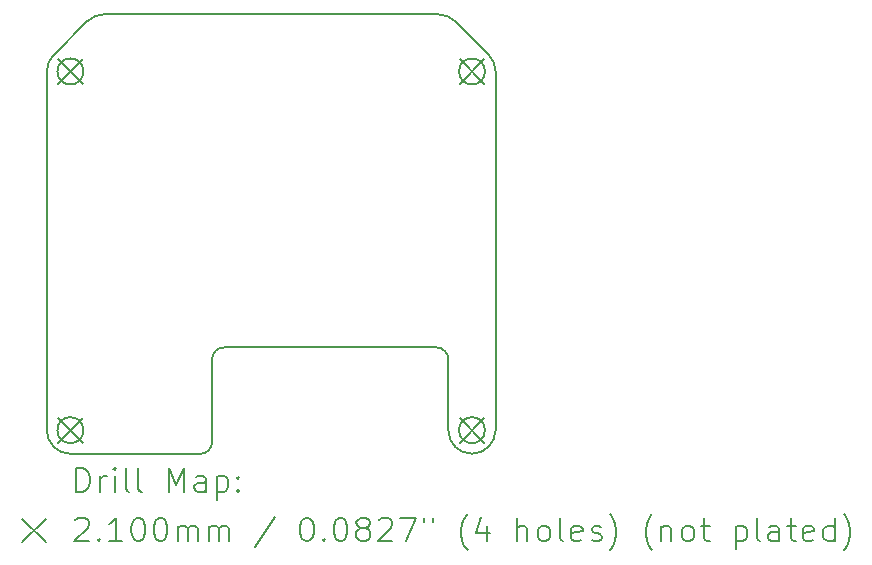
<source format=gbr>
%TF.GenerationSoftware,KiCad,Pcbnew,7.0.11*%
%TF.CreationDate,2025-01-20T01:41:05+09:00*%
%TF.ProjectId,MD,4d442e6b-6963-4616-945f-706362585858,rev?*%
%TF.SameCoordinates,Original*%
%TF.FileFunction,Drillmap*%
%TF.FilePolarity,Positive*%
%FSLAX45Y45*%
G04 Gerber Fmt 4.5, Leading zero omitted, Abs format (unit mm)*
G04 Created by KiCad (PCBNEW 7.0.11) date 2025-01-20 01:41:05*
%MOMM*%
%LPD*%
G01*
G04 APERTURE LIST*
%ADD10C,0.200000*%
%ADD11C,0.210000*%
G04 APERTURE END LIST*
D10*
X14835000Y-9195260D02*
G75*
G03*
X14735000Y-9295258I0J-100000D01*
G01*
X16652157Y-6375157D02*
X13817843Y-6375157D01*
X17045000Y-9895258D02*
G75*
G03*
X16825000Y-9895258I-110000J0D01*
G01*
X16825000Y-9895258D02*
G75*
G03*
X17045000Y-9895258I110000J0D01*
G01*
X13535000Y-10095258D02*
X14635000Y-10095258D01*
X14835000Y-9195258D02*
X16635000Y-9195258D01*
X17135000Y-6858000D02*
G75*
G03*
X17076421Y-6716579I-200000J0D01*
G01*
X14635000Y-10095260D02*
G75*
G03*
X14735000Y-9995258I0J100000D01*
G01*
X17135000Y-9895258D02*
X17135000Y-6858000D01*
X17076421Y-6716579D02*
X16793579Y-6433736D01*
X16735000Y-9295258D02*
X16735000Y-9895176D01*
X16735002Y-9295258D02*
G75*
G03*
X16635000Y-9195258I-100002J-2D01*
G01*
X13335002Y-9895258D02*
G75*
G03*
X13535000Y-10095258I199998J-2D01*
G01*
X13645000Y-6858000D02*
G75*
G03*
X13425000Y-6858000I-110000J0D01*
G01*
X13425000Y-6858000D02*
G75*
G03*
X13645000Y-6858000I110000J0D01*
G01*
X13335000Y-6858000D02*
X13335000Y-9895258D01*
X16935000Y-10095260D02*
G75*
G03*
X17135000Y-9895258I0J200000D01*
G01*
X17045000Y-6858000D02*
G75*
G03*
X16825000Y-6858000I-110000J0D01*
G01*
X16825000Y-6858000D02*
G75*
G03*
X17045000Y-6858000I110000J0D01*
G01*
X13645000Y-9895258D02*
G75*
G03*
X13425000Y-9895258I-110000J0D01*
G01*
X13425000Y-9895258D02*
G75*
G03*
X13645000Y-9895258I110000J0D01*
G01*
X14735000Y-9995258D02*
X14735000Y-9295258D01*
X16735002Y-9895176D02*
G75*
G03*
X16935000Y-10095258I199998J-84D01*
G01*
X13817843Y-6375160D02*
G75*
G03*
X13676421Y-6433736I-3J-200000D01*
G01*
X13393579Y-6716579D02*
G75*
G03*
X13335000Y-6858000I141421J-141421D01*
G01*
X13676421Y-6433736D02*
X13393579Y-6716579D01*
X16793581Y-6433734D02*
G75*
G03*
X16652157Y-6375157I-141421J-141426D01*
G01*
D11*
X13430000Y-6752000D02*
X13640000Y-6962000D01*
X13640000Y-6752000D02*
X13430000Y-6962000D01*
X13430000Y-9790000D02*
X13640000Y-10000000D01*
X13640000Y-9790000D02*
X13430000Y-10000000D01*
X16830000Y-6753000D02*
X17040000Y-6963000D01*
X17040000Y-6753000D02*
X16830000Y-6963000D01*
X16831000Y-9790000D02*
X17041000Y-10000000D01*
X17041000Y-9790000D02*
X16831000Y-10000000D01*
D10*
X13585777Y-10416742D02*
X13585777Y-10216742D01*
X13585777Y-10216742D02*
X13633396Y-10216742D01*
X13633396Y-10216742D02*
X13661967Y-10226266D01*
X13661967Y-10226266D02*
X13681015Y-10245314D01*
X13681015Y-10245314D02*
X13690539Y-10264361D01*
X13690539Y-10264361D02*
X13700062Y-10302456D01*
X13700062Y-10302456D02*
X13700062Y-10331028D01*
X13700062Y-10331028D02*
X13690539Y-10369123D01*
X13690539Y-10369123D02*
X13681015Y-10388171D01*
X13681015Y-10388171D02*
X13661967Y-10407218D01*
X13661967Y-10407218D02*
X13633396Y-10416742D01*
X13633396Y-10416742D02*
X13585777Y-10416742D01*
X13785777Y-10416742D02*
X13785777Y-10283409D01*
X13785777Y-10321504D02*
X13795301Y-10302456D01*
X13795301Y-10302456D02*
X13804824Y-10292933D01*
X13804824Y-10292933D02*
X13823872Y-10283409D01*
X13823872Y-10283409D02*
X13842920Y-10283409D01*
X13909586Y-10416742D02*
X13909586Y-10283409D01*
X13909586Y-10216742D02*
X13900062Y-10226266D01*
X13900062Y-10226266D02*
X13909586Y-10235790D01*
X13909586Y-10235790D02*
X13919110Y-10226266D01*
X13919110Y-10226266D02*
X13909586Y-10216742D01*
X13909586Y-10216742D02*
X13909586Y-10235790D01*
X14033396Y-10416742D02*
X14014348Y-10407218D01*
X14014348Y-10407218D02*
X14004824Y-10388171D01*
X14004824Y-10388171D02*
X14004824Y-10216742D01*
X14138158Y-10416742D02*
X14119110Y-10407218D01*
X14119110Y-10407218D02*
X14109586Y-10388171D01*
X14109586Y-10388171D02*
X14109586Y-10216742D01*
X14366729Y-10416742D02*
X14366729Y-10216742D01*
X14366729Y-10216742D02*
X14433396Y-10359599D01*
X14433396Y-10359599D02*
X14500062Y-10216742D01*
X14500062Y-10216742D02*
X14500062Y-10416742D01*
X14681015Y-10416742D02*
X14681015Y-10311980D01*
X14681015Y-10311980D02*
X14671491Y-10292933D01*
X14671491Y-10292933D02*
X14652443Y-10283409D01*
X14652443Y-10283409D02*
X14614348Y-10283409D01*
X14614348Y-10283409D02*
X14595301Y-10292933D01*
X14681015Y-10407218D02*
X14661967Y-10416742D01*
X14661967Y-10416742D02*
X14614348Y-10416742D01*
X14614348Y-10416742D02*
X14595301Y-10407218D01*
X14595301Y-10407218D02*
X14585777Y-10388171D01*
X14585777Y-10388171D02*
X14585777Y-10369123D01*
X14585777Y-10369123D02*
X14595301Y-10350076D01*
X14595301Y-10350076D02*
X14614348Y-10340552D01*
X14614348Y-10340552D02*
X14661967Y-10340552D01*
X14661967Y-10340552D02*
X14681015Y-10331028D01*
X14776253Y-10283409D02*
X14776253Y-10483409D01*
X14776253Y-10292933D02*
X14795301Y-10283409D01*
X14795301Y-10283409D02*
X14833396Y-10283409D01*
X14833396Y-10283409D02*
X14852443Y-10292933D01*
X14852443Y-10292933D02*
X14861967Y-10302456D01*
X14861967Y-10302456D02*
X14871491Y-10321504D01*
X14871491Y-10321504D02*
X14871491Y-10378647D01*
X14871491Y-10378647D02*
X14861967Y-10397695D01*
X14861967Y-10397695D02*
X14852443Y-10407218D01*
X14852443Y-10407218D02*
X14833396Y-10416742D01*
X14833396Y-10416742D02*
X14795301Y-10416742D01*
X14795301Y-10416742D02*
X14776253Y-10407218D01*
X14957205Y-10397695D02*
X14966729Y-10407218D01*
X14966729Y-10407218D02*
X14957205Y-10416742D01*
X14957205Y-10416742D02*
X14947682Y-10407218D01*
X14947682Y-10407218D02*
X14957205Y-10397695D01*
X14957205Y-10397695D02*
X14957205Y-10416742D01*
X14957205Y-10292933D02*
X14966729Y-10302456D01*
X14966729Y-10302456D02*
X14957205Y-10311980D01*
X14957205Y-10311980D02*
X14947682Y-10302456D01*
X14947682Y-10302456D02*
X14957205Y-10292933D01*
X14957205Y-10292933D02*
X14957205Y-10311980D01*
X13125000Y-10645258D02*
X13325000Y-10845258D01*
X13325000Y-10645258D02*
X13125000Y-10845258D01*
X13576253Y-10655790D02*
X13585777Y-10646266D01*
X13585777Y-10646266D02*
X13604824Y-10636742D01*
X13604824Y-10636742D02*
X13652443Y-10636742D01*
X13652443Y-10636742D02*
X13671491Y-10646266D01*
X13671491Y-10646266D02*
X13681015Y-10655790D01*
X13681015Y-10655790D02*
X13690539Y-10674837D01*
X13690539Y-10674837D02*
X13690539Y-10693885D01*
X13690539Y-10693885D02*
X13681015Y-10722456D01*
X13681015Y-10722456D02*
X13566729Y-10836742D01*
X13566729Y-10836742D02*
X13690539Y-10836742D01*
X13776253Y-10817695D02*
X13785777Y-10827218D01*
X13785777Y-10827218D02*
X13776253Y-10836742D01*
X13776253Y-10836742D02*
X13766729Y-10827218D01*
X13766729Y-10827218D02*
X13776253Y-10817695D01*
X13776253Y-10817695D02*
X13776253Y-10836742D01*
X13976253Y-10836742D02*
X13861967Y-10836742D01*
X13919110Y-10836742D02*
X13919110Y-10636742D01*
X13919110Y-10636742D02*
X13900062Y-10665314D01*
X13900062Y-10665314D02*
X13881015Y-10684361D01*
X13881015Y-10684361D02*
X13861967Y-10693885D01*
X14100062Y-10636742D02*
X14119110Y-10636742D01*
X14119110Y-10636742D02*
X14138158Y-10646266D01*
X14138158Y-10646266D02*
X14147682Y-10655790D01*
X14147682Y-10655790D02*
X14157205Y-10674837D01*
X14157205Y-10674837D02*
X14166729Y-10712933D01*
X14166729Y-10712933D02*
X14166729Y-10760552D01*
X14166729Y-10760552D02*
X14157205Y-10798647D01*
X14157205Y-10798647D02*
X14147682Y-10817695D01*
X14147682Y-10817695D02*
X14138158Y-10827218D01*
X14138158Y-10827218D02*
X14119110Y-10836742D01*
X14119110Y-10836742D02*
X14100062Y-10836742D01*
X14100062Y-10836742D02*
X14081015Y-10827218D01*
X14081015Y-10827218D02*
X14071491Y-10817695D01*
X14071491Y-10817695D02*
X14061967Y-10798647D01*
X14061967Y-10798647D02*
X14052443Y-10760552D01*
X14052443Y-10760552D02*
X14052443Y-10712933D01*
X14052443Y-10712933D02*
X14061967Y-10674837D01*
X14061967Y-10674837D02*
X14071491Y-10655790D01*
X14071491Y-10655790D02*
X14081015Y-10646266D01*
X14081015Y-10646266D02*
X14100062Y-10636742D01*
X14290539Y-10636742D02*
X14309586Y-10636742D01*
X14309586Y-10636742D02*
X14328634Y-10646266D01*
X14328634Y-10646266D02*
X14338158Y-10655790D01*
X14338158Y-10655790D02*
X14347682Y-10674837D01*
X14347682Y-10674837D02*
X14357205Y-10712933D01*
X14357205Y-10712933D02*
X14357205Y-10760552D01*
X14357205Y-10760552D02*
X14347682Y-10798647D01*
X14347682Y-10798647D02*
X14338158Y-10817695D01*
X14338158Y-10817695D02*
X14328634Y-10827218D01*
X14328634Y-10827218D02*
X14309586Y-10836742D01*
X14309586Y-10836742D02*
X14290539Y-10836742D01*
X14290539Y-10836742D02*
X14271491Y-10827218D01*
X14271491Y-10827218D02*
X14261967Y-10817695D01*
X14261967Y-10817695D02*
X14252443Y-10798647D01*
X14252443Y-10798647D02*
X14242920Y-10760552D01*
X14242920Y-10760552D02*
X14242920Y-10712933D01*
X14242920Y-10712933D02*
X14252443Y-10674837D01*
X14252443Y-10674837D02*
X14261967Y-10655790D01*
X14261967Y-10655790D02*
X14271491Y-10646266D01*
X14271491Y-10646266D02*
X14290539Y-10636742D01*
X14442920Y-10836742D02*
X14442920Y-10703409D01*
X14442920Y-10722456D02*
X14452443Y-10712933D01*
X14452443Y-10712933D02*
X14471491Y-10703409D01*
X14471491Y-10703409D02*
X14500063Y-10703409D01*
X14500063Y-10703409D02*
X14519110Y-10712933D01*
X14519110Y-10712933D02*
X14528634Y-10731980D01*
X14528634Y-10731980D02*
X14528634Y-10836742D01*
X14528634Y-10731980D02*
X14538158Y-10712933D01*
X14538158Y-10712933D02*
X14557205Y-10703409D01*
X14557205Y-10703409D02*
X14585777Y-10703409D01*
X14585777Y-10703409D02*
X14604824Y-10712933D01*
X14604824Y-10712933D02*
X14614348Y-10731980D01*
X14614348Y-10731980D02*
X14614348Y-10836742D01*
X14709586Y-10836742D02*
X14709586Y-10703409D01*
X14709586Y-10722456D02*
X14719110Y-10712933D01*
X14719110Y-10712933D02*
X14738158Y-10703409D01*
X14738158Y-10703409D02*
X14766729Y-10703409D01*
X14766729Y-10703409D02*
X14785777Y-10712933D01*
X14785777Y-10712933D02*
X14795301Y-10731980D01*
X14795301Y-10731980D02*
X14795301Y-10836742D01*
X14795301Y-10731980D02*
X14804824Y-10712933D01*
X14804824Y-10712933D02*
X14823872Y-10703409D01*
X14823872Y-10703409D02*
X14852443Y-10703409D01*
X14852443Y-10703409D02*
X14871491Y-10712933D01*
X14871491Y-10712933D02*
X14881015Y-10731980D01*
X14881015Y-10731980D02*
X14881015Y-10836742D01*
X15271491Y-10627218D02*
X15100063Y-10884361D01*
X15528634Y-10636742D02*
X15547682Y-10636742D01*
X15547682Y-10636742D02*
X15566729Y-10646266D01*
X15566729Y-10646266D02*
X15576253Y-10655790D01*
X15576253Y-10655790D02*
X15585777Y-10674837D01*
X15585777Y-10674837D02*
X15595301Y-10712933D01*
X15595301Y-10712933D02*
X15595301Y-10760552D01*
X15595301Y-10760552D02*
X15585777Y-10798647D01*
X15585777Y-10798647D02*
X15576253Y-10817695D01*
X15576253Y-10817695D02*
X15566729Y-10827218D01*
X15566729Y-10827218D02*
X15547682Y-10836742D01*
X15547682Y-10836742D02*
X15528634Y-10836742D01*
X15528634Y-10836742D02*
X15509586Y-10827218D01*
X15509586Y-10827218D02*
X15500063Y-10817695D01*
X15500063Y-10817695D02*
X15490539Y-10798647D01*
X15490539Y-10798647D02*
X15481015Y-10760552D01*
X15481015Y-10760552D02*
X15481015Y-10712933D01*
X15481015Y-10712933D02*
X15490539Y-10674837D01*
X15490539Y-10674837D02*
X15500063Y-10655790D01*
X15500063Y-10655790D02*
X15509586Y-10646266D01*
X15509586Y-10646266D02*
X15528634Y-10636742D01*
X15681015Y-10817695D02*
X15690539Y-10827218D01*
X15690539Y-10827218D02*
X15681015Y-10836742D01*
X15681015Y-10836742D02*
X15671491Y-10827218D01*
X15671491Y-10827218D02*
X15681015Y-10817695D01*
X15681015Y-10817695D02*
X15681015Y-10836742D01*
X15814348Y-10636742D02*
X15833396Y-10636742D01*
X15833396Y-10636742D02*
X15852444Y-10646266D01*
X15852444Y-10646266D02*
X15861967Y-10655790D01*
X15861967Y-10655790D02*
X15871491Y-10674837D01*
X15871491Y-10674837D02*
X15881015Y-10712933D01*
X15881015Y-10712933D02*
X15881015Y-10760552D01*
X15881015Y-10760552D02*
X15871491Y-10798647D01*
X15871491Y-10798647D02*
X15861967Y-10817695D01*
X15861967Y-10817695D02*
X15852444Y-10827218D01*
X15852444Y-10827218D02*
X15833396Y-10836742D01*
X15833396Y-10836742D02*
X15814348Y-10836742D01*
X15814348Y-10836742D02*
X15795301Y-10827218D01*
X15795301Y-10827218D02*
X15785777Y-10817695D01*
X15785777Y-10817695D02*
X15776253Y-10798647D01*
X15776253Y-10798647D02*
X15766729Y-10760552D01*
X15766729Y-10760552D02*
X15766729Y-10712933D01*
X15766729Y-10712933D02*
X15776253Y-10674837D01*
X15776253Y-10674837D02*
X15785777Y-10655790D01*
X15785777Y-10655790D02*
X15795301Y-10646266D01*
X15795301Y-10646266D02*
X15814348Y-10636742D01*
X15995301Y-10722456D02*
X15976253Y-10712933D01*
X15976253Y-10712933D02*
X15966729Y-10703409D01*
X15966729Y-10703409D02*
X15957206Y-10684361D01*
X15957206Y-10684361D02*
X15957206Y-10674837D01*
X15957206Y-10674837D02*
X15966729Y-10655790D01*
X15966729Y-10655790D02*
X15976253Y-10646266D01*
X15976253Y-10646266D02*
X15995301Y-10636742D01*
X15995301Y-10636742D02*
X16033396Y-10636742D01*
X16033396Y-10636742D02*
X16052444Y-10646266D01*
X16052444Y-10646266D02*
X16061967Y-10655790D01*
X16061967Y-10655790D02*
X16071491Y-10674837D01*
X16071491Y-10674837D02*
X16071491Y-10684361D01*
X16071491Y-10684361D02*
X16061967Y-10703409D01*
X16061967Y-10703409D02*
X16052444Y-10712933D01*
X16052444Y-10712933D02*
X16033396Y-10722456D01*
X16033396Y-10722456D02*
X15995301Y-10722456D01*
X15995301Y-10722456D02*
X15976253Y-10731980D01*
X15976253Y-10731980D02*
X15966729Y-10741504D01*
X15966729Y-10741504D02*
X15957206Y-10760552D01*
X15957206Y-10760552D02*
X15957206Y-10798647D01*
X15957206Y-10798647D02*
X15966729Y-10817695D01*
X15966729Y-10817695D02*
X15976253Y-10827218D01*
X15976253Y-10827218D02*
X15995301Y-10836742D01*
X15995301Y-10836742D02*
X16033396Y-10836742D01*
X16033396Y-10836742D02*
X16052444Y-10827218D01*
X16052444Y-10827218D02*
X16061967Y-10817695D01*
X16061967Y-10817695D02*
X16071491Y-10798647D01*
X16071491Y-10798647D02*
X16071491Y-10760552D01*
X16071491Y-10760552D02*
X16061967Y-10741504D01*
X16061967Y-10741504D02*
X16052444Y-10731980D01*
X16052444Y-10731980D02*
X16033396Y-10722456D01*
X16147682Y-10655790D02*
X16157206Y-10646266D01*
X16157206Y-10646266D02*
X16176253Y-10636742D01*
X16176253Y-10636742D02*
X16223872Y-10636742D01*
X16223872Y-10636742D02*
X16242920Y-10646266D01*
X16242920Y-10646266D02*
X16252444Y-10655790D01*
X16252444Y-10655790D02*
X16261967Y-10674837D01*
X16261967Y-10674837D02*
X16261967Y-10693885D01*
X16261967Y-10693885D02*
X16252444Y-10722456D01*
X16252444Y-10722456D02*
X16138158Y-10836742D01*
X16138158Y-10836742D02*
X16261967Y-10836742D01*
X16328634Y-10636742D02*
X16461967Y-10636742D01*
X16461967Y-10636742D02*
X16376253Y-10836742D01*
X16528634Y-10636742D02*
X16528634Y-10674837D01*
X16604825Y-10636742D02*
X16604825Y-10674837D01*
X16900063Y-10912933D02*
X16890539Y-10903409D01*
X16890539Y-10903409D02*
X16871491Y-10874837D01*
X16871491Y-10874837D02*
X16861968Y-10855790D01*
X16861968Y-10855790D02*
X16852444Y-10827218D01*
X16852444Y-10827218D02*
X16842920Y-10779599D01*
X16842920Y-10779599D02*
X16842920Y-10741504D01*
X16842920Y-10741504D02*
X16852444Y-10693885D01*
X16852444Y-10693885D02*
X16861968Y-10665314D01*
X16861968Y-10665314D02*
X16871491Y-10646266D01*
X16871491Y-10646266D02*
X16890539Y-10617695D01*
X16890539Y-10617695D02*
X16900063Y-10608171D01*
X17061968Y-10703409D02*
X17061968Y-10836742D01*
X17014349Y-10627218D02*
X16966730Y-10770076D01*
X16966730Y-10770076D02*
X17090539Y-10770076D01*
X17319111Y-10836742D02*
X17319111Y-10636742D01*
X17404825Y-10836742D02*
X17404825Y-10731980D01*
X17404825Y-10731980D02*
X17395301Y-10712933D01*
X17395301Y-10712933D02*
X17376253Y-10703409D01*
X17376253Y-10703409D02*
X17347682Y-10703409D01*
X17347682Y-10703409D02*
X17328634Y-10712933D01*
X17328634Y-10712933D02*
X17319111Y-10722456D01*
X17528634Y-10836742D02*
X17509587Y-10827218D01*
X17509587Y-10827218D02*
X17500063Y-10817695D01*
X17500063Y-10817695D02*
X17490539Y-10798647D01*
X17490539Y-10798647D02*
X17490539Y-10741504D01*
X17490539Y-10741504D02*
X17500063Y-10722456D01*
X17500063Y-10722456D02*
X17509587Y-10712933D01*
X17509587Y-10712933D02*
X17528634Y-10703409D01*
X17528634Y-10703409D02*
X17557206Y-10703409D01*
X17557206Y-10703409D02*
X17576253Y-10712933D01*
X17576253Y-10712933D02*
X17585777Y-10722456D01*
X17585777Y-10722456D02*
X17595301Y-10741504D01*
X17595301Y-10741504D02*
X17595301Y-10798647D01*
X17595301Y-10798647D02*
X17585777Y-10817695D01*
X17585777Y-10817695D02*
X17576253Y-10827218D01*
X17576253Y-10827218D02*
X17557206Y-10836742D01*
X17557206Y-10836742D02*
X17528634Y-10836742D01*
X17709587Y-10836742D02*
X17690539Y-10827218D01*
X17690539Y-10827218D02*
X17681015Y-10808171D01*
X17681015Y-10808171D02*
X17681015Y-10636742D01*
X17861968Y-10827218D02*
X17842920Y-10836742D01*
X17842920Y-10836742D02*
X17804825Y-10836742D01*
X17804825Y-10836742D02*
X17785777Y-10827218D01*
X17785777Y-10827218D02*
X17776253Y-10808171D01*
X17776253Y-10808171D02*
X17776253Y-10731980D01*
X17776253Y-10731980D02*
X17785777Y-10712933D01*
X17785777Y-10712933D02*
X17804825Y-10703409D01*
X17804825Y-10703409D02*
X17842920Y-10703409D01*
X17842920Y-10703409D02*
X17861968Y-10712933D01*
X17861968Y-10712933D02*
X17871492Y-10731980D01*
X17871492Y-10731980D02*
X17871492Y-10751028D01*
X17871492Y-10751028D02*
X17776253Y-10770076D01*
X17947682Y-10827218D02*
X17966730Y-10836742D01*
X17966730Y-10836742D02*
X18004825Y-10836742D01*
X18004825Y-10836742D02*
X18023873Y-10827218D01*
X18023873Y-10827218D02*
X18033396Y-10808171D01*
X18033396Y-10808171D02*
X18033396Y-10798647D01*
X18033396Y-10798647D02*
X18023873Y-10779599D01*
X18023873Y-10779599D02*
X18004825Y-10770076D01*
X18004825Y-10770076D02*
X17976253Y-10770076D01*
X17976253Y-10770076D02*
X17957206Y-10760552D01*
X17957206Y-10760552D02*
X17947682Y-10741504D01*
X17947682Y-10741504D02*
X17947682Y-10731980D01*
X17947682Y-10731980D02*
X17957206Y-10712933D01*
X17957206Y-10712933D02*
X17976253Y-10703409D01*
X17976253Y-10703409D02*
X18004825Y-10703409D01*
X18004825Y-10703409D02*
X18023873Y-10712933D01*
X18100063Y-10912933D02*
X18109587Y-10903409D01*
X18109587Y-10903409D02*
X18128634Y-10874837D01*
X18128634Y-10874837D02*
X18138158Y-10855790D01*
X18138158Y-10855790D02*
X18147682Y-10827218D01*
X18147682Y-10827218D02*
X18157206Y-10779599D01*
X18157206Y-10779599D02*
X18157206Y-10741504D01*
X18157206Y-10741504D02*
X18147682Y-10693885D01*
X18147682Y-10693885D02*
X18138158Y-10665314D01*
X18138158Y-10665314D02*
X18128634Y-10646266D01*
X18128634Y-10646266D02*
X18109587Y-10617695D01*
X18109587Y-10617695D02*
X18100063Y-10608171D01*
X18461968Y-10912933D02*
X18452444Y-10903409D01*
X18452444Y-10903409D02*
X18433396Y-10874837D01*
X18433396Y-10874837D02*
X18423873Y-10855790D01*
X18423873Y-10855790D02*
X18414349Y-10827218D01*
X18414349Y-10827218D02*
X18404825Y-10779599D01*
X18404825Y-10779599D02*
X18404825Y-10741504D01*
X18404825Y-10741504D02*
X18414349Y-10693885D01*
X18414349Y-10693885D02*
X18423873Y-10665314D01*
X18423873Y-10665314D02*
X18433396Y-10646266D01*
X18433396Y-10646266D02*
X18452444Y-10617695D01*
X18452444Y-10617695D02*
X18461968Y-10608171D01*
X18538158Y-10703409D02*
X18538158Y-10836742D01*
X18538158Y-10722456D02*
X18547682Y-10712933D01*
X18547682Y-10712933D02*
X18566730Y-10703409D01*
X18566730Y-10703409D02*
X18595301Y-10703409D01*
X18595301Y-10703409D02*
X18614349Y-10712933D01*
X18614349Y-10712933D02*
X18623873Y-10731980D01*
X18623873Y-10731980D02*
X18623873Y-10836742D01*
X18747682Y-10836742D02*
X18728634Y-10827218D01*
X18728634Y-10827218D02*
X18719111Y-10817695D01*
X18719111Y-10817695D02*
X18709587Y-10798647D01*
X18709587Y-10798647D02*
X18709587Y-10741504D01*
X18709587Y-10741504D02*
X18719111Y-10722456D01*
X18719111Y-10722456D02*
X18728634Y-10712933D01*
X18728634Y-10712933D02*
X18747682Y-10703409D01*
X18747682Y-10703409D02*
X18776254Y-10703409D01*
X18776254Y-10703409D02*
X18795301Y-10712933D01*
X18795301Y-10712933D02*
X18804825Y-10722456D01*
X18804825Y-10722456D02*
X18814349Y-10741504D01*
X18814349Y-10741504D02*
X18814349Y-10798647D01*
X18814349Y-10798647D02*
X18804825Y-10817695D01*
X18804825Y-10817695D02*
X18795301Y-10827218D01*
X18795301Y-10827218D02*
X18776254Y-10836742D01*
X18776254Y-10836742D02*
X18747682Y-10836742D01*
X18871492Y-10703409D02*
X18947682Y-10703409D01*
X18900063Y-10636742D02*
X18900063Y-10808171D01*
X18900063Y-10808171D02*
X18909587Y-10827218D01*
X18909587Y-10827218D02*
X18928634Y-10836742D01*
X18928634Y-10836742D02*
X18947682Y-10836742D01*
X19166730Y-10703409D02*
X19166730Y-10903409D01*
X19166730Y-10712933D02*
X19185777Y-10703409D01*
X19185777Y-10703409D02*
X19223873Y-10703409D01*
X19223873Y-10703409D02*
X19242920Y-10712933D01*
X19242920Y-10712933D02*
X19252444Y-10722456D01*
X19252444Y-10722456D02*
X19261968Y-10741504D01*
X19261968Y-10741504D02*
X19261968Y-10798647D01*
X19261968Y-10798647D02*
X19252444Y-10817695D01*
X19252444Y-10817695D02*
X19242920Y-10827218D01*
X19242920Y-10827218D02*
X19223873Y-10836742D01*
X19223873Y-10836742D02*
X19185777Y-10836742D01*
X19185777Y-10836742D02*
X19166730Y-10827218D01*
X19376254Y-10836742D02*
X19357206Y-10827218D01*
X19357206Y-10827218D02*
X19347682Y-10808171D01*
X19347682Y-10808171D02*
X19347682Y-10636742D01*
X19538158Y-10836742D02*
X19538158Y-10731980D01*
X19538158Y-10731980D02*
X19528635Y-10712933D01*
X19528635Y-10712933D02*
X19509587Y-10703409D01*
X19509587Y-10703409D02*
X19471492Y-10703409D01*
X19471492Y-10703409D02*
X19452444Y-10712933D01*
X19538158Y-10827218D02*
X19519111Y-10836742D01*
X19519111Y-10836742D02*
X19471492Y-10836742D01*
X19471492Y-10836742D02*
X19452444Y-10827218D01*
X19452444Y-10827218D02*
X19442920Y-10808171D01*
X19442920Y-10808171D02*
X19442920Y-10789123D01*
X19442920Y-10789123D02*
X19452444Y-10770076D01*
X19452444Y-10770076D02*
X19471492Y-10760552D01*
X19471492Y-10760552D02*
X19519111Y-10760552D01*
X19519111Y-10760552D02*
X19538158Y-10751028D01*
X19604825Y-10703409D02*
X19681015Y-10703409D01*
X19633396Y-10636742D02*
X19633396Y-10808171D01*
X19633396Y-10808171D02*
X19642920Y-10827218D01*
X19642920Y-10827218D02*
X19661968Y-10836742D01*
X19661968Y-10836742D02*
X19681015Y-10836742D01*
X19823873Y-10827218D02*
X19804825Y-10836742D01*
X19804825Y-10836742D02*
X19766730Y-10836742D01*
X19766730Y-10836742D02*
X19747682Y-10827218D01*
X19747682Y-10827218D02*
X19738158Y-10808171D01*
X19738158Y-10808171D02*
X19738158Y-10731980D01*
X19738158Y-10731980D02*
X19747682Y-10712933D01*
X19747682Y-10712933D02*
X19766730Y-10703409D01*
X19766730Y-10703409D02*
X19804825Y-10703409D01*
X19804825Y-10703409D02*
X19823873Y-10712933D01*
X19823873Y-10712933D02*
X19833396Y-10731980D01*
X19833396Y-10731980D02*
X19833396Y-10751028D01*
X19833396Y-10751028D02*
X19738158Y-10770076D01*
X20004825Y-10836742D02*
X20004825Y-10636742D01*
X20004825Y-10827218D02*
X19985777Y-10836742D01*
X19985777Y-10836742D02*
X19947682Y-10836742D01*
X19947682Y-10836742D02*
X19928635Y-10827218D01*
X19928635Y-10827218D02*
X19919111Y-10817695D01*
X19919111Y-10817695D02*
X19909587Y-10798647D01*
X19909587Y-10798647D02*
X19909587Y-10741504D01*
X19909587Y-10741504D02*
X19919111Y-10722456D01*
X19919111Y-10722456D02*
X19928635Y-10712933D01*
X19928635Y-10712933D02*
X19947682Y-10703409D01*
X19947682Y-10703409D02*
X19985777Y-10703409D01*
X19985777Y-10703409D02*
X20004825Y-10712933D01*
X20081016Y-10912933D02*
X20090539Y-10903409D01*
X20090539Y-10903409D02*
X20109587Y-10874837D01*
X20109587Y-10874837D02*
X20119111Y-10855790D01*
X20119111Y-10855790D02*
X20128635Y-10827218D01*
X20128635Y-10827218D02*
X20138158Y-10779599D01*
X20138158Y-10779599D02*
X20138158Y-10741504D01*
X20138158Y-10741504D02*
X20128635Y-10693885D01*
X20128635Y-10693885D02*
X20119111Y-10665314D01*
X20119111Y-10665314D02*
X20109587Y-10646266D01*
X20109587Y-10646266D02*
X20090539Y-10617695D01*
X20090539Y-10617695D02*
X20081016Y-10608171D01*
M02*

</source>
